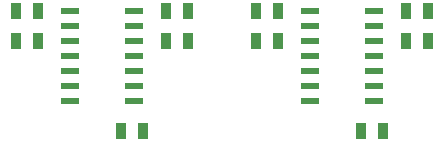
<source format=gbp>
G04 (created by PCBNEW (2013-07-07 BZR 4022)-stable) date 25/06/2014 08:25:45*
%MOIN*%
G04 Gerber Fmt 3.4, Leading zero omitted, Abs format*
%FSLAX34Y34*%
G01*
G70*
G90*
G04 APERTURE LIST*
%ADD10C,0.00393701*%
%ADD11R,0.035X0.055*%
%ADD12R,0.0590551X0.023622*%
G04 APERTURE END LIST*
G54D10*
G54D11*
X64875Y-30000D03*
X64125Y-30000D03*
X60625Y-27000D03*
X61375Y-27000D03*
X60625Y-26000D03*
X61375Y-26000D03*
X65625Y-27000D03*
X66375Y-27000D03*
X65625Y-26000D03*
X66375Y-26000D03*
G54D12*
X62437Y-29000D03*
X62437Y-28500D03*
X62437Y-28000D03*
X62437Y-27500D03*
X62437Y-27000D03*
X62437Y-26500D03*
X62437Y-26000D03*
X64562Y-26000D03*
X64562Y-26500D03*
X64562Y-27000D03*
X64562Y-27500D03*
X64562Y-28000D03*
X64562Y-28500D03*
X64562Y-29000D03*
G54D11*
X56875Y-30000D03*
X56125Y-30000D03*
X52625Y-27000D03*
X53375Y-27000D03*
X52625Y-26000D03*
X53375Y-26000D03*
X57625Y-27000D03*
X58375Y-27000D03*
X57625Y-26000D03*
X58375Y-26000D03*
G54D12*
X54437Y-29000D03*
X54437Y-28500D03*
X54437Y-28000D03*
X54437Y-27500D03*
X54437Y-27000D03*
X54437Y-26500D03*
X54437Y-26000D03*
X56562Y-26000D03*
X56562Y-26500D03*
X56562Y-27000D03*
X56562Y-27500D03*
X56562Y-28000D03*
X56562Y-28500D03*
X56562Y-29000D03*
M02*

</source>
